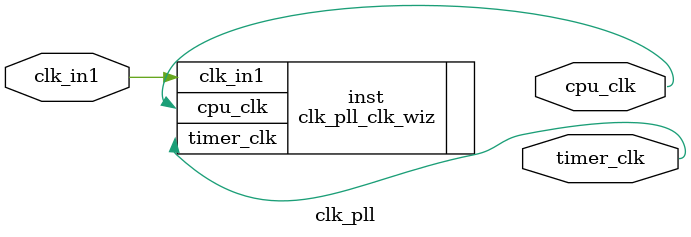
<source format=v>


`timescale 1ps/1ps

(* CORE_GENERATION_INFO = "clk_pll,clk_wiz_v6_0_4_0_0,{component_name=clk_pll,use_phase_alignment=true,use_min_o_jitter=false,use_max_i_jitter=false,use_dyn_phase_shift=false,use_inclk_switchover=false,use_dyn_reconfig=false,enable_axi=0,feedback_source=FDBK_AUTO,PRIMITIVE=PLL,num_out_clk=2,clkin1_period=10.000,clkin2_period=10.000,use_power_down=false,use_reset=false,use_locked=false,use_inclk_stopped=false,feedback_type=SINGLE,CLOCK_MGR_TYPE=NA,manual_override=false}" *)

module clk_pll 
 (
  // Clock out ports
  output        cpu_clk,
  output        timer_clk,
 // Clock in ports
  input         clk_in1
 );

  clk_pll_clk_wiz inst
  (
  // Clock out ports  
  .cpu_clk(cpu_clk),
  .timer_clk(timer_clk),
 // Clock in ports
  .clk_in1(clk_in1)
  );

endmodule

</source>
